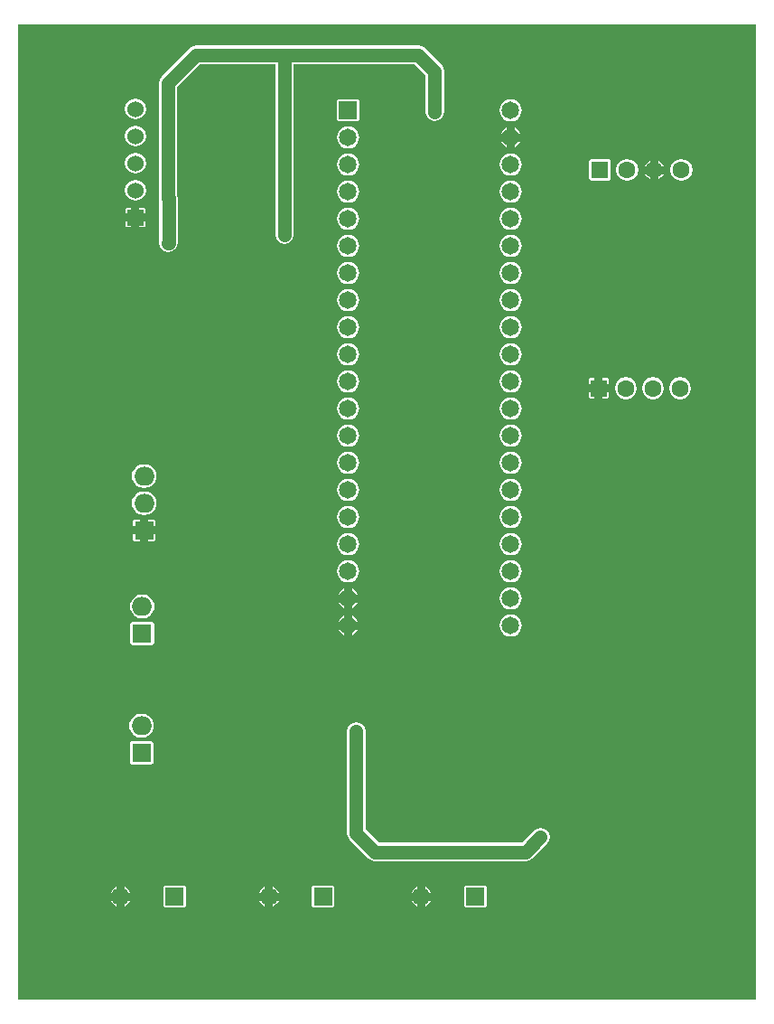
<source format=gbl>
G04 Layer_Physical_Order=2*
G04 Layer_Color=16711680*
%FSTAX24Y24*%
%MOIN*%
G70*
G01*
G75*
%ADD30C,0.0500*%
%ADD35C,0.0630*%
%ADD36R,0.0630X0.0630*%
%ADD37C,0.0669*%
%ADD38R,0.0650X0.0650*%
%ADD39R,0.0650X0.0650*%
%ADD40C,0.0650*%
%ADD41O,0.0750X0.0700*%
%ADD42R,0.0700X0.0700*%
%ADD43C,0.0600*%
%ADD44R,0.0600X0.0600*%
%ADD45C,0.0236*%
%ADD46C,0.1575*%
%ADD47C,0.0400*%
G36*
X05285Y0149D02*
X025631D01*
Y050869D01*
X05285D01*
Y0149D01*
D02*
G37*
%LPC*%
G36*
X0378Y032107D02*
X037695Y032093D01*
X037596Y032053D01*
X037512Y031988D01*
X037447Y031904D01*
X037407Y031805D01*
X037393Y0317D01*
X037407Y031595D01*
X037447Y031496D01*
X037512Y031412D01*
X037596Y031347D01*
X037695Y031307D01*
X0378Y031293D01*
X037905Y031307D01*
X038004Y031347D01*
X038088Y031412D01*
X038153Y031496D01*
X038193Y031595D01*
X038207Y0317D01*
X038193Y031805D01*
X038153Y031904D01*
X038088Y031988D01*
X038004Y032053D01*
X037905Y032093D01*
X0378Y032107D01*
D02*
G37*
G36*
X0438Y031107D02*
X043695Y031093D01*
X043596Y031053D01*
X043512Y030988D01*
X043447Y030904D01*
X043407Y030805D01*
X043393Y0307D01*
X043407Y030595D01*
X043447Y030496D01*
X043512Y030412D01*
X043596Y030347D01*
X043695Y030307D01*
X0438Y030293D01*
X043905Y030307D01*
X044004Y030347D01*
X044088Y030412D01*
X044153Y030496D01*
X044193Y030595D01*
X044207Y0307D01*
X044193Y030805D01*
X044153Y030904D01*
X044088Y030988D01*
X044004Y031053D01*
X043905Y031093D01*
X0438Y031107D01*
D02*
G37*
G36*
X0378D02*
X037695Y031093D01*
X037596Y031053D01*
X037512Y030988D01*
X037447Y030904D01*
X037407Y030805D01*
X037393Y0307D01*
X037407Y030595D01*
X037447Y030496D01*
X037512Y030412D01*
X037596Y030347D01*
X037695Y030307D01*
X0378Y030293D01*
X037905Y030307D01*
X038004Y030347D01*
X038088Y030412D01*
X038153Y030496D01*
X038193Y030595D01*
X038207Y0307D01*
X038193Y030805D01*
X038153Y030904D01*
X038088Y030988D01*
X038004Y031053D01*
X037905Y031093D01*
X0378Y031107D01*
D02*
G37*
G36*
X030674Y03206D02*
X03042D01*
Y031806D01*
X03062D01*
X030658Y031822D01*
X030674Y03186D01*
Y03206D01*
D02*
G37*
G36*
X03012D02*
X029866D01*
Y03186D01*
X029882Y031822D01*
X02992Y031806D01*
X03012D01*
Y03206D01*
D02*
G37*
G36*
X0438Y032107D02*
X043695Y032093D01*
X043596Y032053D01*
X043512Y031988D01*
X043447Y031904D01*
X043407Y031805D01*
X043393Y0317D01*
X043407Y031595D01*
X043447Y031496D01*
X043512Y031412D01*
X043596Y031347D01*
X043695Y031307D01*
X0438Y031293D01*
X043905Y031307D01*
X044004Y031347D01*
X044088Y031412D01*
X044153Y031496D01*
X044193Y031595D01*
X044207Y0317D01*
X044193Y031805D01*
X044153Y031904D01*
X044088Y031988D01*
X044004Y032053D01*
X043905Y032093D01*
X0438Y032107D01*
D02*
G37*
G36*
X03765Y02955D02*
X037449D01*
X03753Y02943D01*
X03765Y029349D01*
Y02955D01*
D02*
G37*
G36*
X0438Y030107D02*
X043695Y030093D01*
X043596Y030053D01*
X043512Y029988D01*
X043447Y029904D01*
X043407Y029805D01*
X043393Y0297D01*
X043407Y029595D01*
X043447Y029496D01*
X043512Y029412D01*
X043596Y029347D01*
X043695Y029307D01*
X0438Y029293D01*
X043905Y029307D01*
X044004Y029347D01*
X044088Y029412D01*
X044153Y029496D01*
X044193Y029595D01*
X044207Y0297D01*
X044193Y029805D01*
X044153Y029904D01*
X044088Y029988D01*
X044004Y030053D01*
X043905Y030093D01*
X0438Y030107D01*
D02*
G37*
G36*
X030225Y029833D02*
X030175D01*
X030063Y029818D01*
X029959Y029775D01*
X029869Y029707D01*
X029801Y029617D01*
X029757Y029513D01*
X029743Y029401D01*
X029757Y029289D01*
X029801Y029185D01*
X029869Y029095D01*
X029959Y029026D01*
X030063Y028983D01*
X030175Y028968D01*
X030225D01*
X030337Y028983D01*
X030441Y029026D01*
X030531Y029095D01*
X0306Y029185D01*
X030643Y029289D01*
X030657Y029401D01*
X030643Y029513D01*
X0306Y029617D01*
X030531Y029707D01*
X030441Y029775D01*
X030337Y029818D01*
X030225Y029833D01*
D02*
G37*
G36*
X03795Y030051D02*
Y02985D01*
X038151D01*
X03807Y02997D01*
X03795Y030051D01*
D02*
G37*
G36*
X03765D02*
X03753Y02997D01*
X037449Y02985D01*
X03765D01*
Y030051D01*
D02*
G37*
G36*
X038151Y02955D02*
X03795D01*
Y029349D01*
X03807Y02943D01*
X038151Y02955D01*
D02*
G37*
G36*
X0378Y035107D02*
X037695Y035093D01*
X037596Y035053D01*
X037512Y034988D01*
X037447Y034904D01*
X037407Y034805D01*
X037393Y0347D01*
X037407Y034595D01*
X037447Y034496D01*
X037512Y034412D01*
X037596Y034347D01*
X037695Y034307D01*
X0378Y034293D01*
X037905Y034307D01*
X038004Y034347D01*
X038088Y034412D01*
X038153Y034496D01*
X038193Y034595D01*
X038207Y0347D01*
X038193Y034805D01*
X038153Y034904D01*
X038088Y034988D01*
X038004Y035053D01*
X037905Y035093D01*
X0378Y035107D01*
D02*
G37*
G36*
X030295Y034642D02*
X030245D01*
X030133Y034628D01*
X030029Y034585D01*
X029939Y034516D01*
X029871Y034426D01*
X029827Y034322D01*
X029813Y03421D01*
X029827Y034098D01*
X029871Y033994D01*
X029939Y033904D01*
X030029Y033835D01*
X030133Y033792D01*
X030245Y033778D01*
X030295D01*
X030407Y033792D01*
X030511Y033835D01*
X030601Y033904D01*
X03067Y033994D01*
X030713Y034098D01*
X030727Y03421D01*
X030713Y034322D01*
X03067Y034426D01*
X030601Y034516D01*
X030511Y034585D01*
X030407Y034628D01*
X030295Y034642D01*
D02*
G37*
G36*
X0438Y034107D02*
X043695Y034093D01*
X043596Y034053D01*
X043512Y033988D01*
X043447Y033904D01*
X043407Y033805D01*
X043393Y0337D01*
X043407Y033595D01*
X043447Y033496D01*
X043512Y033412D01*
X043596Y033347D01*
X043695Y033307D01*
X0438Y033293D01*
X043905Y033307D01*
X044004Y033347D01*
X044088Y033412D01*
X044153Y033496D01*
X044193Y033595D01*
X044207Y0337D01*
X044193Y033805D01*
X044153Y033904D01*
X044088Y033988D01*
X044004Y034053D01*
X043905Y034093D01*
X0438Y034107D01*
D02*
G37*
G36*
Y036107D02*
X043695Y036093D01*
X043596Y036053D01*
X043512Y035988D01*
X043447Y035904D01*
X043407Y035805D01*
X043393Y0357D01*
X043407Y035595D01*
X043447Y035496D01*
X043512Y035412D01*
X043596Y035347D01*
X043695Y035307D01*
X0438Y035293D01*
X043905Y035307D01*
X044004Y035347D01*
X044088Y035412D01*
X044153Y035496D01*
X044193Y035595D01*
X044207Y0357D01*
X044193Y035805D01*
X044153Y035904D01*
X044088Y035988D01*
X044004Y036053D01*
X043905Y036093D01*
X0438Y036107D01*
D02*
G37*
G36*
X0378D02*
X037695Y036093D01*
X037596Y036053D01*
X037512Y035988D01*
X037447Y035904D01*
X037407Y035805D01*
X037393Y0357D01*
X037407Y035595D01*
X037447Y035496D01*
X037512Y035412D01*
X037596Y035347D01*
X037695Y035307D01*
X0378Y035293D01*
X037905Y035307D01*
X038004Y035347D01*
X038088Y035412D01*
X038153Y035496D01*
X038193Y035595D01*
X038207Y0357D01*
X038193Y035805D01*
X038153Y035904D01*
X038088Y035988D01*
X038004Y036053D01*
X037905Y036093D01*
X0378Y036107D01*
D02*
G37*
G36*
X0438Y035107D02*
X043695Y035093D01*
X043596Y035053D01*
X043512Y034988D01*
X043447Y034904D01*
X043407Y034805D01*
X043393Y0347D01*
X043407Y034595D01*
X043447Y034496D01*
X043512Y034412D01*
X043596Y034347D01*
X043695Y034307D01*
X0438Y034293D01*
X043905Y034307D01*
X044004Y034347D01*
X044088Y034412D01*
X044153Y034496D01*
X044193Y034595D01*
X044207Y0347D01*
X044193Y034805D01*
X044153Y034904D01*
X044088Y034988D01*
X044004Y035053D01*
X043905Y035093D01*
X0438Y035107D01*
D02*
G37*
G36*
X03012Y032614D02*
X02992D01*
X029882Y032598D01*
X029866Y03256D01*
Y03236D01*
X03012D01*
Y032614D01*
D02*
G37*
G36*
X0438Y033107D02*
X043695Y033093D01*
X043596Y033053D01*
X043512Y032988D01*
X043447Y032904D01*
X043407Y032805D01*
X043393Y0327D01*
X043407Y032595D01*
X043447Y032496D01*
X043512Y032412D01*
X043596Y032347D01*
X043695Y032307D01*
X0438Y032293D01*
X043905Y032307D01*
X044004Y032347D01*
X044088Y032412D01*
X044153Y032496D01*
X044193Y032595D01*
X044207Y0327D01*
X044193Y032805D01*
X044153Y032904D01*
X044088Y032988D01*
X044004Y033053D01*
X043905Y033093D01*
X0438Y033107D01*
D02*
G37*
G36*
X0378D02*
X037695Y033093D01*
X037596Y033053D01*
X037512Y032988D01*
X037447Y032904D01*
X037407Y032805D01*
X037393Y0327D01*
X037407Y032595D01*
X037447Y032496D01*
X037512Y032412D01*
X037596Y032347D01*
X037695Y032307D01*
X0378Y032293D01*
X037905Y032307D01*
X038004Y032347D01*
X038088Y032412D01*
X038153Y032496D01*
X038193Y032595D01*
X038207Y0327D01*
X038193Y032805D01*
X038153Y032904D01*
X038088Y032988D01*
X038004Y033053D01*
X037905Y033093D01*
X0378Y033107D01*
D02*
G37*
G36*
Y034107D02*
X037695Y034093D01*
X037596Y034053D01*
X037512Y033988D01*
X037447Y033904D01*
X037407Y033805D01*
X037393Y0337D01*
X037407Y033595D01*
X037447Y033496D01*
X037512Y033412D01*
X037596Y033347D01*
X037695Y033307D01*
X0378Y033293D01*
X037905Y033307D01*
X038004Y033347D01*
X038088Y033412D01*
X038153Y033496D01*
X038193Y033595D01*
X038207Y0337D01*
X038193Y033805D01*
X038153Y033904D01*
X038088Y033988D01*
X038004Y034053D01*
X037905Y034093D01*
X0378Y034107D01*
D02*
G37*
G36*
X030295Y033642D02*
X030245D01*
X030133Y033628D01*
X030029Y033584D01*
X029939Y033516D01*
X029871Y033426D01*
X029827Y033322D01*
X029813Y03321D01*
X029827Y033098D01*
X029871Y032994D01*
X029939Y032904D01*
X030029Y032836D01*
X030133Y032792D01*
X030245Y032778D01*
X030295D01*
X030407Y032792D01*
X030511Y032836D01*
X030601Y032904D01*
X03067Y032994D01*
X030713Y033098D01*
X030727Y03321D01*
X030713Y033322D01*
X03067Y033426D01*
X030601Y033516D01*
X030511Y033584D01*
X030407Y033628D01*
X030295Y033642D01*
D02*
G37*
G36*
X03062Y032614D02*
X03042D01*
Y03236D01*
X030674D01*
Y03256D01*
X030658Y032598D01*
X03062Y032614D01*
D02*
G37*
G36*
X040862Y01855D02*
X04065D01*
Y018338D01*
X04065Y018338D01*
X040777Y018423D01*
X040862Y01855D01*
X040862Y01855D01*
D02*
G37*
G36*
X035237D02*
X035025D01*
Y018338D01*
X035025Y018338D01*
X035152Y018423D01*
X035237Y01855D01*
X035237Y01855D01*
D02*
G37*
G36*
X029762D02*
X02955D01*
Y018338D01*
X02955Y018338D01*
X029677Y018423D01*
X029762Y01855D01*
X029762Y01855D01*
D02*
G37*
G36*
X02925Y019062D02*
X02925Y019062D01*
X029123Y018977D01*
X029038Y01885D01*
X029038Y01885D01*
X02925D01*
Y019062D01*
D02*
G37*
G36*
X04035D02*
X04035Y019062D01*
X040223Y018977D01*
X040138Y01885D01*
X040138Y01885D01*
X04035D01*
Y019062D01*
D02*
G37*
G36*
X034725D02*
X034725Y019062D01*
X034598Y018977D01*
X034513Y01885D01*
X034513Y01885D01*
X034725D01*
Y019062D01*
D02*
G37*
G36*
X042825Y01911D02*
X042175D01*
X042115Y019085D01*
X04209Y019025D01*
Y018375D01*
X042115Y018315D01*
X042175Y01829D01*
X042825D01*
X042885Y018315D01*
X04291Y018375D01*
Y019025D01*
X042885Y019085D01*
X042825Y01911D01*
D02*
G37*
G36*
X0372D02*
X03655D01*
X03649Y019085D01*
X036465Y019025D01*
Y018375D01*
X03649Y018315D01*
X03655Y01829D01*
X0372D01*
X03726Y018315D01*
X037285Y018375D01*
Y019025D01*
X03726Y019085D01*
X0372Y01911D01*
D02*
G37*
G36*
X031725D02*
X031075D01*
X031015Y019085D01*
X03099Y019025D01*
Y018375D01*
X031015Y018315D01*
X031075Y01829D01*
X031725D01*
X031785Y018315D01*
X03181Y018375D01*
Y019025D01*
X031785Y019085D01*
X031725Y01911D01*
D02*
G37*
G36*
X04035Y01855D02*
X040138D01*
X040138Y01855D01*
X040223Y018423D01*
X04035Y018338D01*
X04035Y018338D01*
Y01855D01*
D02*
G37*
G36*
X034725D02*
X034513D01*
X034513Y01855D01*
X034598Y018423D01*
X034725Y018338D01*
X034725Y018338D01*
Y01855D01*
D02*
G37*
G36*
X02925D02*
X029038D01*
X029038Y01855D01*
X029123Y018423D01*
X02925Y018338D01*
X02925Y018338D01*
Y01855D01*
D02*
G37*
G36*
X03765Y02855D02*
X037449D01*
X03753Y02843D01*
X03765Y028349D01*
Y02855D01*
D02*
G37*
G36*
X0438Y029107D02*
X043695Y029093D01*
X043596Y029053D01*
X043512Y028988D01*
X043447Y028904D01*
X043407Y028805D01*
X043393Y0287D01*
X043407Y028595D01*
X043447Y028496D01*
X043512Y028412D01*
X043596Y028347D01*
X043695Y028307D01*
X0438Y028293D01*
X043905Y028307D01*
X044004Y028347D01*
X044088Y028412D01*
X044153Y028496D01*
X044193Y028595D01*
X044207Y0287D01*
X044193Y028805D01*
X044153Y028904D01*
X044088Y028988D01*
X044004Y029053D01*
X043905Y029093D01*
X0438Y029107D01*
D02*
G37*
G36*
X03055Y028836D02*
X02985D01*
X02979Y028811D01*
X029765Y028751D01*
Y028051D01*
X02979Y027991D01*
X02985Y027966D01*
X03055D01*
X03061Y027991D01*
X030635Y028051D01*
Y028751D01*
X03061Y028811D01*
X03055Y028836D01*
D02*
G37*
G36*
X03795Y029051D02*
Y02885D01*
X038151D01*
X03807Y02897D01*
X03795Y029051D01*
D02*
G37*
G36*
X03765D02*
X03753Y02897D01*
X037449Y02885D01*
X03765D01*
Y029051D01*
D02*
G37*
G36*
X038151Y02855D02*
X03795D01*
Y028349D01*
X03807Y02843D01*
X038151Y02855D01*
D02*
G37*
G36*
X02955Y019062D02*
Y01885D01*
X029762D01*
X029762Y01885D01*
X029677Y018977D01*
X02955Y019062D01*
X02955Y019062D01*
D02*
G37*
G36*
X04065D02*
Y01885D01*
X040862D01*
X040862Y01885D01*
X040777Y018977D01*
X04065Y019062D01*
X04065Y019062D01*
D02*
G37*
G36*
X035025D02*
Y01885D01*
X035237D01*
X035237Y01885D01*
X035152Y018977D01*
X035025Y019062D01*
X035025Y019062D01*
D02*
G37*
G36*
X030195Y025432D02*
X030145D01*
X030033Y025418D01*
X029929Y025375D01*
X029839Y025306D01*
X029771Y025216D01*
X029727Y025112D01*
X029713Y025D01*
X029727Y024888D01*
X029771Y024784D01*
X029839Y024694D01*
X029929Y024625D01*
X030033Y024582D01*
X030145Y024568D01*
X030195D01*
X030307Y024582D01*
X030411Y024625D01*
X030501Y024694D01*
X03057Y024784D01*
X030613Y024888D01*
X030627Y025D01*
X030613Y025112D01*
X03057Y025216D01*
X030501Y025306D01*
X030411Y025375D01*
X030307Y025418D01*
X030195Y025432D01*
D02*
G37*
G36*
X03052Y024435D02*
X02982D01*
X02976Y02441D01*
X029735Y02435D01*
Y02365D01*
X02976Y02359D01*
X02982Y023565D01*
X03052D01*
X03058Y02359D01*
X030605Y02365D01*
Y02435D01*
X03058Y02441D01*
X03052Y024435D01*
D02*
G37*
G36*
X0381Y025135D02*
X037972Y02511D01*
X037863Y025037D01*
X03779Y024928D01*
X037765Y0248D01*
Y02105D01*
X03779Y020922D01*
X037863Y020813D01*
X038563Y020113D01*
X038672Y02004D01*
X0388Y020015D01*
X04435D01*
X044478Y02004D01*
X044587Y020113D01*
X045137Y020663D01*
X04521Y020772D01*
X045235Y0209D01*
X04521Y021028D01*
X045137Y021137D01*
X045028Y02121D01*
X0449Y021235D01*
X044772Y02121D01*
X044663Y021137D01*
X044211Y020685D01*
X038939D01*
X038435Y021189D01*
Y0248D01*
X03841Y024928D01*
X038337Y025037D01*
X038228Y02511D01*
X0381Y025135D01*
D02*
G37*
G36*
X0378Y037107D02*
X037695Y037093D01*
X037596Y037053D01*
X037512Y036988D01*
X037447Y036904D01*
X037407Y036805D01*
X037393Y0367D01*
X037407Y036595D01*
X037447Y036496D01*
X037512Y036412D01*
X037596Y036347D01*
X037695Y036307D01*
X0378Y036293D01*
X037905Y036307D01*
X038004Y036347D01*
X038088Y036412D01*
X038153Y036496D01*
X038193Y036595D01*
X038207Y0367D01*
X038193Y036805D01*
X038153Y036904D01*
X038088Y036988D01*
X038004Y037053D01*
X037905Y037093D01*
X0378Y037107D01*
D02*
G37*
G36*
X049439Y04535D02*
X04925D01*
Y045161D01*
X049363Y045237D01*
X049439Y04535D01*
D02*
G37*
G36*
X04895D02*
X048761D01*
X048837Y045237D01*
X04895Y045161D01*
Y04535D01*
D02*
G37*
G36*
X047415Y0459D02*
X046785D01*
X046725Y045875D01*
X0467Y045815D01*
Y045185D01*
X046725Y045125D01*
X046785Y0451D01*
X047415D01*
X047475Y045125D01*
X0475Y045185D01*
Y045815D01*
X047475Y045875D01*
X047415Y0459D01*
D02*
G37*
G36*
X02995Y046136D02*
X029802Y046107D01*
X029677Y046023D01*
X029593Y045898D01*
X029564Y04575D01*
X029593Y045602D01*
X029677Y045477D01*
X029802Y045393D01*
X02995Y045364D01*
X030098Y045393D01*
X030223Y045477D01*
X030307Y045602D01*
X030336Y04575D01*
X030307Y045898D01*
X030223Y046023D01*
X030098Y046107D01*
X02995Y046136D01*
D02*
G37*
G36*
X0438Y046107D02*
X043695Y046093D01*
X043596Y046053D01*
X043512Y045988D01*
X043447Y045904D01*
X043407Y045805D01*
X043393Y0457D01*
X043407Y045595D01*
X043447Y045496D01*
X043512Y045412D01*
X043596Y045347D01*
X043695Y045307D01*
X0438Y045293D01*
X043905Y045307D01*
X044004Y045347D01*
X044088Y045412D01*
X044153Y045496D01*
X044193Y045595D01*
X044207Y0457D01*
X044193Y045805D01*
X044153Y045904D01*
X044088Y045988D01*
X044004Y046053D01*
X043905Y046093D01*
X0438Y046107D01*
D02*
G37*
G36*
X0378D02*
X037695Y046093D01*
X037596Y046053D01*
X037512Y045988D01*
X037447Y045904D01*
X037407Y045805D01*
X037393Y0457D01*
X037407Y045595D01*
X037447Y045496D01*
X037512Y045412D01*
X037596Y045347D01*
X037695Y045307D01*
X0378Y045293D01*
X037905Y045307D01*
X038004Y045347D01*
X038088Y045412D01*
X038153Y045496D01*
X038193Y045595D01*
X038207Y0457D01*
X038193Y045805D01*
X038153Y045904D01*
X038088Y045988D01*
X038004Y046053D01*
X037905Y046093D01*
X0378Y046107D01*
D02*
G37*
G36*
X0438Y045107D02*
X043695Y045093D01*
X043596Y045053D01*
X043512Y044988D01*
X043447Y044904D01*
X043407Y044805D01*
X043393Y0447D01*
X043407Y044595D01*
X043447Y044496D01*
X043512Y044412D01*
X043596Y044347D01*
X043695Y044307D01*
X0438Y044293D01*
X043905Y044307D01*
X044004Y044347D01*
X044088Y044412D01*
X044153Y044496D01*
X044193Y044595D01*
X044207Y0447D01*
X044193Y044805D01*
X044153Y044904D01*
X044088Y044988D01*
X044004Y045053D01*
X043905Y045093D01*
X0438Y045107D01*
D02*
G37*
G36*
X0378D02*
X037695Y045093D01*
X037596Y045053D01*
X037512Y044988D01*
X037447Y044904D01*
X037407Y044805D01*
X037393Y0447D01*
X037407Y044595D01*
X037447Y044496D01*
X037512Y044412D01*
X037596Y044347D01*
X037695Y044307D01*
X0378Y044293D01*
X037905Y044307D01*
X038004Y044347D01*
X038088Y044412D01*
X038153Y044496D01*
X038193Y044595D01*
X038207Y0447D01*
X038193Y044805D01*
X038153Y044904D01*
X038088Y044988D01*
X038004Y045053D01*
X037905Y045093D01*
X0378Y045107D01*
D02*
G37*
G36*
X03025Y044104D02*
X0301D01*
Y0439D01*
X030304D01*
Y04405D01*
X030288Y044088D01*
X03025Y044104D01*
D02*
G37*
G36*
X0501Y045901D02*
X049946Y045871D01*
X049816Y045784D01*
X049729Y045654D01*
X049699Y0455D01*
X049729Y045346D01*
X049816Y045216D01*
X049946Y045129D01*
X0501Y045099D01*
X050254Y045129D01*
X050384Y045216D01*
X050471Y045346D01*
X050501Y0455D01*
X050471Y045654D01*
X050384Y045784D01*
X050254Y045871D01*
X0501Y045901D01*
D02*
G37*
G36*
X0481D02*
X047946Y045871D01*
X047816Y045784D01*
X047729Y045654D01*
X047699Y0455D01*
X047729Y045346D01*
X047816Y045216D01*
X047946Y045129D01*
X0481Y045099D01*
X048254Y045129D01*
X048384Y045216D01*
X048471Y045346D01*
X048501Y0455D01*
X048471Y045654D01*
X048384Y045784D01*
X048254Y045871D01*
X0481Y045901D01*
D02*
G37*
G36*
X02995Y045136D02*
X029802Y045107D01*
X029677Y045023D01*
X029593Y044898D01*
X029564Y04475D01*
X029593Y044602D01*
X029677Y044477D01*
X029802Y044393D01*
X02995Y044364D01*
X030098Y044393D01*
X030223Y044477D01*
X030307Y044602D01*
X030336Y04475D01*
X030307Y044898D01*
X030223Y045023D01*
X030098Y045107D01*
X02995Y045136D01*
D02*
G37*
G36*
X038125Y04811D02*
X037475D01*
X037415Y048085D01*
X03739Y048025D01*
Y047375D01*
X037415Y047315D01*
X037475Y04729D01*
X038125D01*
X038185Y047315D01*
X03821Y047375D01*
Y048025D01*
X038185Y048085D01*
X038125Y04811D01*
D02*
G37*
G36*
X04395Y047051D02*
Y04685D01*
X044151D01*
X04407Y04697D01*
X04395Y047051D01*
D02*
G37*
G36*
X04365D02*
X04353Y04697D01*
X043449Y04685D01*
X04365D01*
Y047051D01*
D02*
G37*
G36*
X02995Y048136D02*
X029802Y048107D01*
X029677Y048023D01*
X029593Y047898D01*
X029564Y04775D01*
X029593Y047602D01*
X029677Y047477D01*
X029802Y047393D01*
X02995Y047364D01*
X030098Y047393D01*
X030223Y047477D01*
X030307Y047602D01*
X030336Y04775D01*
X030307Y047898D01*
X030223Y048023D01*
X030098Y048107D01*
X02995Y048136D01*
D02*
G37*
G36*
X0404Y050085D02*
X0322D01*
X032072Y05006D01*
X031963Y049987D01*
X030913Y048937D01*
X03084Y048828D01*
X030815Y0487D01*
Y0478D01*
Y044483D01*
X030831Y0444D01*
Y042884D01*
X030815Y0428D01*
X03084Y042672D01*
X030913Y042563D01*
X031022Y04249D01*
X03115Y042465D01*
X031278Y04249D01*
X031387Y042563D01*
X031404Y04258D01*
X031476Y042688D01*
X031502Y042817D01*
Y044467D01*
X031485Y04455D01*
Y0478D01*
Y048561D01*
X032339Y049415D01*
X035115D01*
Y0483D01*
Y04485D01*
Y0431D01*
X03514Y042972D01*
X035213Y042863D01*
X035322Y04279D01*
X03545Y042765D01*
X035578Y04279D01*
X035687Y042863D01*
X03576Y042972D01*
X035785Y0431D01*
Y04485D01*
Y0483D01*
Y049415D01*
X040261D01*
X040665Y049011D01*
Y04815D01*
Y04765D01*
X04069Y047522D01*
X040763Y047413D01*
X040872Y04734D01*
X041Y047315D01*
X041128Y04734D01*
X041237Y047413D01*
X04131Y047522D01*
X041335Y04765D01*
Y04815D01*
Y04915D01*
X04131Y049278D01*
X041237Y049387D01*
X040637Y049987D01*
X040528Y05006D01*
X0404Y050085D01*
D02*
G37*
G36*
X0438Y048107D02*
X043695Y048093D01*
X043596Y048053D01*
X043512Y047988D01*
X043447Y047904D01*
X043407Y047805D01*
X043393Y0477D01*
X043407Y047595D01*
X043447Y047496D01*
X043512Y047412D01*
X043596Y047347D01*
X043695Y047307D01*
X0438Y047293D01*
X043905Y047307D01*
X044004Y047347D01*
X044088Y047412D01*
X044153Y047496D01*
X044193Y047595D01*
X044207Y0477D01*
X044193Y047805D01*
X044153Y047904D01*
X044088Y047988D01*
X044004Y048053D01*
X043905Y048093D01*
X0438Y048107D01*
D02*
G37*
G36*
X0378Y047107D02*
X037695Y047093D01*
X037596Y047053D01*
X037512Y046988D01*
X037447Y046904D01*
X037407Y046805D01*
X037393Y0467D01*
X037407Y046595D01*
X037447Y046496D01*
X037512Y046412D01*
X037596Y046347D01*
X037695Y046307D01*
X0378Y046293D01*
X037905Y046307D01*
X038004Y046347D01*
X038088Y046412D01*
X038153Y046496D01*
X038193Y046595D01*
X038207Y0467D01*
X038193Y046805D01*
X038153Y046904D01*
X038088Y046988D01*
X038004Y047053D01*
X037905Y047093D01*
X0378Y047107D01*
D02*
G37*
G36*
X04925Y045839D02*
Y04565D01*
X049439D01*
X049363Y045763D01*
X04925Y045839D01*
D02*
G37*
G36*
X04895D02*
X048837Y045763D01*
X048761Y04565D01*
X04895D01*
Y045839D01*
D02*
G37*
G36*
X02995Y047136D02*
X029802Y047107D01*
X029677Y047023D01*
X029593Y046898D01*
X029564Y04675D01*
X029593Y046602D01*
X029677Y046477D01*
X029802Y046393D01*
X02995Y046364D01*
X030098Y046393D01*
X030223Y046477D01*
X030307Y046602D01*
X030336Y04675D01*
X030307Y046898D01*
X030223Y047023D01*
X030098Y047107D01*
X02995Y047136D01*
D02*
G37*
G36*
X044151Y04655D02*
X04395D01*
Y046349D01*
X04407Y04643D01*
X044151Y04655D01*
D02*
G37*
G36*
X04365D02*
X043449D01*
X04353Y04643D01*
X04365Y046349D01*
Y04655D01*
D02*
G37*
G36*
X0298Y044104D02*
X02965D01*
X029612Y044088D01*
X029596Y04405D01*
Y0439D01*
X0298D01*
Y044104D01*
D02*
G37*
G36*
X0469Y037819D02*
X046735D01*
X046697Y037803D01*
X046681Y037765D01*
Y0376D01*
X0469D01*
Y037819D01*
D02*
G37*
G36*
X0438Y038107D02*
X043695Y038093D01*
X043596Y038053D01*
X043512Y037988D01*
X043447Y037904D01*
X043407Y037805D01*
X043393Y0377D01*
X043407Y037595D01*
X043447Y037496D01*
X043512Y037412D01*
X043596Y037347D01*
X043695Y037307D01*
X0438Y037293D01*
X043905Y037307D01*
X044004Y037347D01*
X044088Y037412D01*
X044153Y037496D01*
X044193Y037595D01*
X044207Y0377D01*
X044193Y037805D01*
X044153Y037904D01*
X044088Y037988D01*
X044004Y038053D01*
X043905Y038093D01*
X0438Y038107D01*
D02*
G37*
G36*
X0378D02*
X037695Y038093D01*
X037596Y038053D01*
X037512Y037988D01*
X037447Y037904D01*
X037407Y037805D01*
X037393Y0377D01*
X037407Y037595D01*
X037447Y037496D01*
X037512Y037412D01*
X037596Y037347D01*
X037695Y037307D01*
X0378Y037293D01*
X037905Y037307D01*
X038004Y037347D01*
X038088Y037412D01*
X038153Y037496D01*
X038193Y037595D01*
X038207Y0377D01*
X038193Y037805D01*
X038153Y037904D01*
X038088Y037988D01*
X038004Y038053D01*
X037905Y038093D01*
X0378Y038107D01*
D02*
G37*
G36*
X0438Y039107D02*
X043695Y039093D01*
X043596Y039053D01*
X043512Y038988D01*
X043447Y038904D01*
X043407Y038805D01*
X043393Y0387D01*
X043407Y038595D01*
X043447Y038496D01*
X043512Y038412D01*
X043596Y038347D01*
X043695Y038307D01*
X0438Y038293D01*
X043905Y038307D01*
X044004Y038347D01*
X044088Y038412D01*
X044153Y038496D01*
X044193Y038595D01*
X044207Y0387D01*
X044193Y038805D01*
X044153Y038904D01*
X044088Y038988D01*
X044004Y039053D01*
X043905Y039093D01*
X0438Y039107D01*
D02*
G37*
G36*
X0378D02*
X037695Y039093D01*
X037596Y039053D01*
X037512Y038988D01*
X037447Y038904D01*
X037407Y038805D01*
X037393Y0387D01*
X037407Y038595D01*
X037447Y038496D01*
X037512Y038412D01*
X037596Y038347D01*
X037695Y038307D01*
X0378Y038293D01*
X037905Y038307D01*
X038004Y038347D01*
X038088Y038412D01*
X038153Y038496D01*
X038193Y038595D01*
X038207Y0387D01*
X038193Y038805D01*
X038153Y038904D01*
X038088Y038988D01*
X038004Y039053D01*
X037905Y039093D01*
X0378Y039107D01*
D02*
G37*
G36*
X047365Y037819D02*
X0472D01*
Y0376D01*
X047419D01*
Y037765D01*
X047403Y037803D01*
X047365Y037819D01*
D02*
G37*
G36*
X04905Y037851D02*
X048896Y037821D01*
X048766Y037734D01*
X048679Y037604D01*
X048649Y03745D01*
X048679Y037296D01*
X048766Y037166D01*
X048896Y037079D01*
X04905Y037049D01*
X049204Y037079D01*
X049334Y037166D01*
X049421Y037296D01*
X049451Y03745D01*
X049421Y037604D01*
X049334Y037734D01*
X049204Y037821D01*
X04905Y037851D01*
D02*
G37*
G36*
X04805D02*
X047896Y037821D01*
X047766Y037734D01*
X047679Y037604D01*
X047649Y03745D01*
X047679Y037296D01*
X047766Y037166D01*
X047896Y037079D01*
X04805Y037049D01*
X048204Y037079D01*
X048334Y037166D01*
X048421Y037296D01*
X048451Y03745D01*
X048421Y037604D01*
X048334Y037734D01*
X048204Y037821D01*
X04805Y037851D01*
D02*
G37*
G36*
X0438Y037107D02*
X043695Y037093D01*
X043596Y037053D01*
X043512Y036988D01*
X043447Y036904D01*
X043407Y036805D01*
X043393Y0367D01*
X043407Y036595D01*
X043447Y036496D01*
X043512Y036412D01*
X043596Y036347D01*
X043695Y036307D01*
X0438Y036293D01*
X043905Y036307D01*
X044004Y036347D01*
X044088Y036412D01*
X044153Y036496D01*
X044193Y036595D01*
X044207Y0367D01*
X044193Y036805D01*
X044153Y036904D01*
X044088Y036988D01*
X044004Y037053D01*
X043905Y037093D01*
X0438Y037107D01*
D02*
G37*
G36*
X047419Y0373D02*
X0472D01*
Y037081D01*
X047365D01*
X047403Y037097D01*
X047419Y037135D01*
Y0373D01*
D02*
G37*
G36*
X0469D02*
X046681D01*
Y037135D01*
X046697Y037097D01*
X046735Y037081D01*
X0469D01*
Y0373D01*
D02*
G37*
G36*
X05005Y037851D02*
X049896Y037821D01*
X049766Y037734D01*
X049679Y037604D01*
X049649Y03745D01*
X049679Y037296D01*
X049766Y037166D01*
X049896Y037079D01*
X05005Y037049D01*
X050204Y037079D01*
X050334Y037166D01*
X050421Y037296D01*
X050451Y03745D01*
X050421Y037604D01*
X050334Y037734D01*
X050204Y037821D01*
X05005Y037851D01*
D02*
G37*
G36*
X0378Y044107D02*
X037695Y044093D01*
X037596Y044053D01*
X037512Y043988D01*
X037447Y043904D01*
X037407Y043805D01*
X037393Y0437D01*
X037407Y043595D01*
X037447Y043496D01*
X037512Y043412D01*
X037596Y043347D01*
X037695Y043307D01*
X0378Y043293D01*
X037905Y043307D01*
X038004Y043347D01*
X038088Y043412D01*
X038153Y043496D01*
X038193Y043595D01*
X038207Y0437D01*
X038193Y043805D01*
X038153Y043904D01*
X038088Y043988D01*
X038004Y044053D01*
X037905Y044093D01*
X0378Y044107D01*
D02*
G37*
G36*
X0438Y043107D02*
X043695Y043093D01*
X043596Y043053D01*
X043512Y042988D01*
X043447Y042904D01*
X043407Y042805D01*
X043393Y0427D01*
X043407Y042595D01*
X043447Y042496D01*
X043512Y042412D01*
X043596Y042347D01*
X043695Y042307D01*
X0438Y042293D01*
X043905Y042307D01*
X044004Y042347D01*
X044088Y042412D01*
X044153Y042496D01*
X044193Y042595D01*
X044207Y0427D01*
X044193Y042805D01*
X044153Y042904D01*
X044088Y042988D01*
X044004Y043053D01*
X043905Y043093D01*
X0438Y043107D01*
D02*
G37*
G36*
X0378D02*
X037695Y043093D01*
X037596Y043053D01*
X037512Y042988D01*
X037447Y042904D01*
X037407Y042805D01*
X037393Y0427D01*
X037407Y042595D01*
X037447Y042496D01*
X037512Y042412D01*
X037596Y042347D01*
X037695Y042307D01*
X0378Y042293D01*
X037905Y042307D01*
X038004Y042347D01*
X038088Y042412D01*
X038153Y042496D01*
X038193Y042595D01*
X038207Y0427D01*
X038193Y042805D01*
X038153Y042904D01*
X038088Y042988D01*
X038004Y043053D01*
X037905Y043093D01*
X0378Y043107D01*
D02*
G37*
G36*
X030304Y0436D02*
X0301D01*
Y043396D01*
X03025D01*
X030288Y043412D01*
X030304Y04345D01*
Y0436D01*
D02*
G37*
G36*
X0298D02*
X029596D01*
Y04345D01*
X029612Y043412D01*
X02965Y043396D01*
X0298D01*
Y0436D01*
D02*
G37*
G36*
X0438Y044107D02*
X043695Y044093D01*
X043596Y044053D01*
X043512Y043988D01*
X043447Y043904D01*
X043407Y043805D01*
X043393Y0437D01*
X043407Y043595D01*
X043447Y043496D01*
X043512Y043412D01*
X043596Y043347D01*
X043695Y043307D01*
X0438Y043293D01*
X043905Y043307D01*
X044004Y043347D01*
X044088Y043412D01*
X044153Y043496D01*
X044193Y043595D01*
X044207Y0437D01*
X044193Y043805D01*
X044153Y043904D01*
X044088Y043988D01*
X044004Y044053D01*
X043905Y044093D01*
X0438Y044107D01*
D02*
G37*
G36*
X0378Y041107D02*
X037695Y041093D01*
X037596Y041053D01*
X037512Y040988D01*
X037447Y040904D01*
X037407Y040805D01*
X037393Y0407D01*
X037407Y040595D01*
X037447Y040496D01*
X037512Y040412D01*
X037596Y040347D01*
X037695Y040307D01*
X0378Y040293D01*
X037905Y040307D01*
X038004Y040347D01*
X038088Y040412D01*
X038153Y040496D01*
X038193Y040595D01*
X038207Y0407D01*
X038193Y040805D01*
X038153Y040904D01*
X038088Y040988D01*
X038004Y041053D01*
X037905Y041093D01*
X0378Y041107D01*
D02*
G37*
G36*
X0438Y040107D02*
X043695Y040093D01*
X043596Y040053D01*
X043512Y039988D01*
X043447Y039904D01*
X043407Y039805D01*
X043393Y0397D01*
X043407Y039595D01*
X043447Y039496D01*
X043512Y039412D01*
X043596Y039347D01*
X043695Y039307D01*
X0438Y039293D01*
X043905Y039307D01*
X044004Y039347D01*
X044088Y039412D01*
X044153Y039496D01*
X044193Y039595D01*
X044207Y0397D01*
X044193Y039805D01*
X044153Y039904D01*
X044088Y039988D01*
X044004Y040053D01*
X043905Y040093D01*
X0438Y040107D01*
D02*
G37*
G36*
X0378D02*
X037695Y040093D01*
X037596Y040053D01*
X037512Y039988D01*
X037447Y039904D01*
X037407Y039805D01*
X037393Y0397D01*
X037407Y039595D01*
X037447Y039496D01*
X037512Y039412D01*
X037596Y039347D01*
X037695Y039307D01*
X0378Y039293D01*
X037905Y039307D01*
X038004Y039347D01*
X038088Y039412D01*
X038153Y039496D01*
X038193Y039595D01*
X038207Y0397D01*
X038193Y039805D01*
X038153Y039904D01*
X038088Y039988D01*
X038004Y040053D01*
X037905Y040093D01*
X0378Y040107D01*
D02*
G37*
G36*
X0438Y042107D02*
X043695Y042093D01*
X043596Y042053D01*
X043512Y041988D01*
X043447Y041904D01*
X043407Y041805D01*
X043393Y0417D01*
X043407Y041595D01*
X043447Y041496D01*
X043512Y041412D01*
X043596Y041347D01*
X043695Y041307D01*
X0438Y041293D01*
X043905Y041307D01*
X044004Y041347D01*
X044088Y041412D01*
X044153Y041496D01*
X044193Y041595D01*
X044207Y0417D01*
X044193Y041805D01*
X044153Y041904D01*
X044088Y041988D01*
X044004Y042053D01*
X043905Y042093D01*
X0438Y042107D01*
D02*
G37*
G36*
X0378D02*
X037695Y042093D01*
X037596Y042053D01*
X037512Y041988D01*
X037447Y041904D01*
X037407Y041805D01*
X037393Y0417D01*
X037407Y041595D01*
X037447Y041496D01*
X037512Y041412D01*
X037596Y041347D01*
X037695Y041307D01*
X0378Y041293D01*
X037905Y041307D01*
X038004Y041347D01*
X038088Y041412D01*
X038153Y041496D01*
X038193Y041595D01*
X038207Y0417D01*
X038193Y041805D01*
X038153Y041904D01*
X038088Y041988D01*
X038004Y042053D01*
X037905Y042093D01*
X0378Y042107D01*
D02*
G37*
G36*
X0438Y041107D02*
X043695Y041093D01*
X043596Y041053D01*
X043512Y040988D01*
X043447Y040904D01*
X043407Y040805D01*
X043393Y0407D01*
X043407Y040595D01*
X043447Y040496D01*
X043512Y040412D01*
X043596Y040347D01*
X043695Y040307D01*
X0438Y040293D01*
X043905Y040307D01*
X044004Y040347D01*
X044088Y040412D01*
X044153Y040496D01*
X044193Y040595D01*
X044207Y0407D01*
X044193Y040805D01*
X044153Y040904D01*
X044088Y040988D01*
X044004Y041053D01*
X043905Y041093D01*
X0438Y041107D01*
D02*
G37*
%LPD*%
D30*
X03115Y044483D02*
Y0478D01*
X03545Y04485D02*
Y0483D01*
X03115Y0478D02*
Y0487D01*
Y044483D02*
X031167Y044467D01*
X041Y04765D02*
Y04815D01*
Y04915D01*
X031167Y042817D02*
Y044467D01*
X03115Y0428D02*
X031167Y042817D01*
X03545Y0431D02*
Y04485D01*
X0381Y02105D02*
Y0248D01*
Y02105D02*
X0388Y02035D01*
X04435D01*
X0449Y0209D01*
X0322Y04975D02*
X0404D01*
X041Y04915D01*
X03545Y0483D02*
Y0495D01*
X03115Y0487D02*
X0322Y04975D01*
D35*
X05005Y03745D02*
D03*
X04805D02*
D03*
X04905D02*
D03*
X0501Y0455D02*
D03*
X0481D02*
D03*
X0491D02*
D03*
D36*
X04705Y03745D02*
D03*
X0471Y0455D02*
D03*
D37*
X0294Y0187D02*
D03*
X0405D02*
D03*
X034875D02*
D03*
D38*
X0314D02*
D03*
X0425D02*
D03*
X036875D02*
D03*
D39*
X0378Y0477D02*
D03*
D40*
Y0467D02*
D03*
Y0457D02*
D03*
Y0447D02*
D03*
Y0437D02*
D03*
Y0427D02*
D03*
Y0417D02*
D03*
Y0407D02*
D03*
Y0397D02*
D03*
Y0387D02*
D03*
Y0377D02*
D03*
Y0367D02*
D03*
Y0357D02*
D03*
Y0347D02*
D03*
Y0337D02*
D03*
Y0327D02*
D03*
Y0317D02*
D03*
Y0307D02*
D03*
Y0297D02*
D03*
Y0287D02*
D03*
X0438D02*
D03*
Y0297D02*
D03*
Y0307D02*
D03*
Y0317D02*
D03*
Y0327D02*
D03*
Y0337D02*
D03*
Y0347D02*
D03*
Y0357D02*
D03*
Y0367D02*
D03*
Y0377D02*
D03*
Y0387D02*
D03*
Y0397D02*
D03*
Y0407D02*
D03*
Y0417D02*
D03*
Y0427D02*
D03*
Y0437D02*
D03*
Y0447D02*
D03*
Y0457D02*
D03*
Y0467D02*
D03*
Y0477D02*
D03*
D41*
X03027Y03321D02*
D03*
Y03421D02*
D03*
X0302Y029401D02*
D03*
X03017Y025D02*
D03*
D42*
X03027Y03221D02*
D03*
X0302Y028401D02*
D03*
X03017Y024D02*
D03*
D43*
X02995Y04775D02*
D03*
Y04675D02*
D03*
Y04575D02*
D03*
Y04475D02*
D03*
D44*
Y04375D02*
D03*
D45*
X0445Y0275D02*
D03*
X043D02*
D03*
X0415D02*
D03*
X04D02*
D03*
X0385D02*
D03*
X0505Y0245D02*
D03*
Y026D02*
D03*
Y0275D02*
D03*
Y029D02*
D03*
Y0305D02*
D03*
Y032D02*
D03*
Y0335D02*
D03*
Y035D02*
D03*
X0291Y0295D02*
D03*
Y029D02*
D03*
Y0285D02*
D03*
Y028D02*
D03*
Y0275D02*
D03*
Y027D02*
D03*
X039Y0294D02*
D03*
X0291Y0215D02*
D03*
Y022D02*
D03*
Y0225D02*
D03*
Y023D02*
D03*
Y0235D02*
D03*
Y024D02*
D03*
Y0245D02*
D03*
Y025D02*
D03*
X0494Y0434D02*
D03*
X05D02*
D03*
X0402Y046D02*
D03*
X042D02*
D03*
X043Y0489D02*
D03*
X0435D02*
D03*
X044D02*
D03*
X0445D02*
D03*
X045D02*
D03*
X0455D02*
D03*
X0507Y0475D02*
D03*
X0495Y0489D02*
D03*
X049D02*
D03*
X0485D02*
D03*
X048D02*
D03*
X0475D02*
D03*
X047D02*
D03*
X0465D02*
D03*
X046D02*
D03*
X0505Y0415D02*
D03*
Y042D02*
D03*
Y0425D02*
D03*
Y043D02*
D03*
Y0205D02*
D03*
X0495D02*
D03*
X0485D02*
D03*
X0475D02*
D03*
X0465D02*
D03*
X0505Y023D02*
D03*
X0495D02*
D03*
X0485D02*
D03*
X0475D02*
D03*
X0465D02*
D03*
X0315Y022D02*
D03*
X031Y0215D02*
D03*
X0305Y021D02*
D03*
X03Y0205D02*
D03*
X0355Y0222D02*
D03*
X0345D02*
D03*
X0335D02*
D03*
X0325D02*
D03*
X045Y0295D02*
D03*
X042D02*
D03*
X045Y0315D02*
D03*
X042D02*
D03*
X037Y032D02*
D03*
Y0335D02*
D03*
X045Y048D02*
D03*
Y0385D02*
D03*
Y041D02*
D03*
Y0435D02*
D03*
X034Y0395D02*
D03*
X033D02*
D03*
X034Y0375D02*
D03*
X033D02*
D03*
X0315D02*
D03*
X0305D02*
D03*
X0295D02*
D03*
X037Y0225D02*
D03*
Y0235D02*
D03*
Y0245D02*
D03*
Y0255D02*
D03*
Y0265D02*
D03*
X0323Y03125D02*
D03*
X0309Y031D02*
D03*
X0279D02*
D03*
Y033D02*
D03*
Y0335D02*
D03*
Y03475D02*
D03*
Y0378D02*
D03*
Y039D02*
D03*
Y0403D02*
D03*
X0507Y0398D02*
D03*
X0487Y0393D02*
D03*
X0402Y0488D02*
D03*
X0397D02*
D03*
X0392D02*
D03*
X0387D02*
D03*
X0382D02*
D03*
X0377D02*
D03*
X0372D02*
D03*
X0367D02*
D03*
X0362D02*
D03*
X0302Y0425D02*
D03*
X0297D02*
D03*
X0292D02*
D03*
X0287D02*
D03*
X0282D02*
D03*
X0277D02*
D03*
X0337Y0434D02*
D03*
Y0451D02*
D03*
Y0469D02*
D03*
Y0485D02*
D03*
X0402Y0335D02*
D03*
Y036D02*
D03*
Y0385D02*
D03*
Y041D02*
D03*
Y0435D02*
D03*
X042Y0335D02*
D03*
Y036D02*
D03*
Y0385D02*
D03*
Y041D02*
D03*
Y0435D02*
D03*
X041Y0215D02*
D03*
X0415D02*
D03*
X042D02*
D03*
X0425D02*
D03*
Y022D02*
D03*
X042D02*
D03*
X0415D02*
D03*
Y0225D02*
D03*
X042D02*
D03*
X0425D02*
D03*
Y023D02*
D03*
X042D02*
D03*
X0415D02*
D03*
Y0235D02*
D03*
X042D02*
D03*
X0425D02*
D03*
Y024D02*
D03*
X042D02*
D03*
X0415D02*
D03*
X0495Y0505D02*
D03*
X05D02*
D03*
X049D02*
D03*
X0485D02*
D03*
X048D02*
D03*
X0475D02*
D03*
X047D02*
D03*
X0465D02*
D03*
X046D02*
D03*
X0455D02*
D03*
X045D02*
D03*
X0445D02*
D03*
X044D02*
D03*
X0435D02*
D03*
X043D02*
D03*
X0425D02*
D03*
X042D02*
D03*
X0415D02*
D03*
X041D02*
D03*
X0405D02*
D03*
X04D02*
D03*
X0395D02*
D03*
X039D02*
D03*
X0385D02*
D03*
X038D02*
D03*
X0375D02*
D03*
X037D02*
D03*
X0365D02*
D03*
X036D02*
D03*
X0355D02*
D03*
X035D02*
D03*
X0345D02*
D03*
X034D02*
D03*
X0335D02*
D03*
X033D02*
D03*
X0325D02*
D03*
X032D02*
D03*
X0315D02*
D03*
X031D02*
D03*
X0305D02*
D03*
X03D02*
D03*
X0295D02*
D03*
X029D02*
D03*
X0285D02*
D03*
X028D02*
D03*
X05Y0151D02*
D03*
X0495D02*
D03*
X049D02*
D03*
X0485D02*
D03*
X048D02*
D03*
X0475D02*
D03*
X047D02*
D03*
X0465D02*
D03*
X046D02*
D03*
X0455D02*
D03*
X045D02*
D03*
X0445D02*
D03*
X044D02*
D03*
X0435D02*
D03*
X043D02*
D03*
X0425D02*
D03*
X042D02*
D03*
X0415D02*
D03*
X041D02*
D03*
X0405D02*
D03*
X04D02*
D03*
X0395D02*
D03*
X039D02*
D03*
X0385D02*
D03*
X038D02*
D03*
X0375D02*
D03*
X037D02*
D03*
X0365D02*
D03*
X036D02*
D03*
X0355D02*
D03*
X035D02*
D03*
X0345D02*
D03*
X034D02*
D03*
X0335D02*
D03*
X033D02*
D03*
X0325D02*
D03*
X032D02*
D03*
X0315D02*
D03*
X031D02*
D03*
X0305D02*
D03*
X03D02*
D03*
X0295D02*
D03*
X029D02*
D03*
X0285D02*
D03*
X0525Y0175D02*
D03*
Y018D02*
D03*
Y0185D02*
D03*
Y019D02*
D03*
Y0195D02*
D03*
Y02D02*
D03*
Y0205D02*
D03*
Y021D02*
D03*
Y0215D02*
D03*
Y022D02*
D03*
Y023D02*
D03*
Y0225D02*
D03*
Y0235D02*
D03*
Y024D02*
D03*
Y0245D02*
D03*
Y025D02*
D03*
Y0255D02*
D03*
Y026D02*
D03*
Y0265D02*
D03*
Y027D02*
D03*
Y0275D02*
D03*
Y028D02*
D03*
Y0285D02*
D03*
Y029D02*
D03*
Y0295D02*
D03*
Y03D02*
D03*
Y0305D02*
D03*
Y031D02*
D03*
Y0315D02*
D03*
Y032D02*
D03*
Y0325D02*
D03*
Y033D02*
D03*
Y0335D02*
D03*
Y034D02*
D03*
Y0345D02*
D03*
Y035D02*
D03*
Y0355D02*
D03*
Y036D02*
D03*
Y0365D02*
D03*
Y037D02*
D03*
Y0375D02*
D03*
Y038D02*
D03*
Y0385D02*
D03*
Y039D02*
D03*
Y0395D02*
D03*
Y04D02*
D03*
Y0405D02*
D03*
Y041D02*
D03*
Y0415D02*
D03*
Y042D02*
D03*
Y0425D02*
D03*
Y043D02*
D03*
Y0435D02*
D03*
Y044D02*
D03*
Y0445D02*
D03*
Y045D02*
D03*
Y0455D02*
D03*
Y046D02*
D03*
Y0465D02*
D03*
Y047D02*
D03*
Y0475D02*
D03*
Y048D02*
D03*
X026Y0175D02*
D03*
Y018D02*
D03*
Y0185D02*
D03*
Y019D02*
D03*
Y0195D02*
D03*
Y02D02*
D03*
Y0205D02*
D03*
Y021D02*
D03*
Y0215D02*
D03*
Y022D02*
D03*
Y0225D02*
D03*
Y023D02*
D03*
Y0235D02*
D03*
Y024D02*
D03*
Y0245D02*
D03*
Y025D02*
D03*
Y0255D02*
D03*
Y026D02*
D03*
Y0265D02*
D03*
Y027D02*
D03*
Y0275D02*
D03*
Y028D02*
D03*
Y0285D02*
D03*
Y029D02*
D03*
Y0295D02*
D03*
Y03D02*
D03*
Y0305D02*
D03*
Y031D02*
D03*
Y0315D02*
D03*
Y032D02*
D03*
Y0325D02*
D03*
Y033D02*
D03*
Y0335D02*
D03*
Y034D02*
D03*
Y0345D02*
D03*
Y035D02*
D03*
Y0355D02*
D03*
Y036D02*
D03*
Y0365D02*
D03*
Y037D02*
D03*
Y0375D02*
D03*
Y038D02*
D03*
Y0385D02*
D03*
Y039D02*
D03*
Y0395D02*
D03*
Y04D02*
D03*
Y0405D02*
D03*
Y041D02*
D03*
Y0415D02*
D03*
Y042D02*
D03*
Y0425D02*
D03*
Y043D02*
D03*
Y0435D02*
D03*
Y044D02*
D03*
Y0445D02*
D03*
Y0455D02*
D03*
Y045D02*
D03*
Y046D02*
D03*
Y0465D02*
D03*
Y047D02*
D03*
Y0475D02*
D03*
Y048D02*
D03*
Y0485D02*
D03*
X0381Y0248D02*
D03*
X04081Y02357D02*
D03*
D46*
X0519Y0157D02*
D03*
X0267D02*
D03*
X0519Y0498D02*
D03*
X0267D02*
D03*
D47*
X03115Y0478D02*
D03*
X031167Y046133D02*
D03*
X031167Y044467D02*
D03*
X03115Y0428D02*
D03*
X041Y04765D02*
D03*
Y04815D02*
D03*
X03545Y04485D02*
D03*
Y0483D02*
D03*
X035437Y046537D02*
D03*
X03545Y0431D02*
D03*
X0449Y0209D02*
D03*
M02*

</source>
